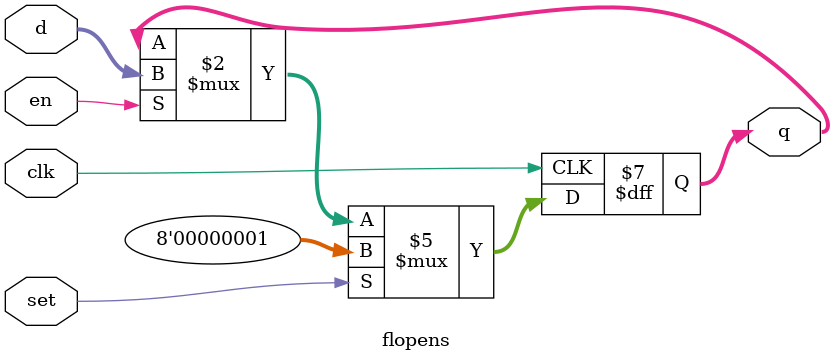
<source format=sv>

module flopens #(parameter WIDTH = 8) (
  input  logic             clk, set, en,
  input  logic [WIDTH-1:0] d, 
  output logic [WIDTH-1:0] q);

  always_ff @(posedge clk) 
    if (set)   q <= #1 1;
    else if (en) q <= #1 d;
endmodule



</source>
